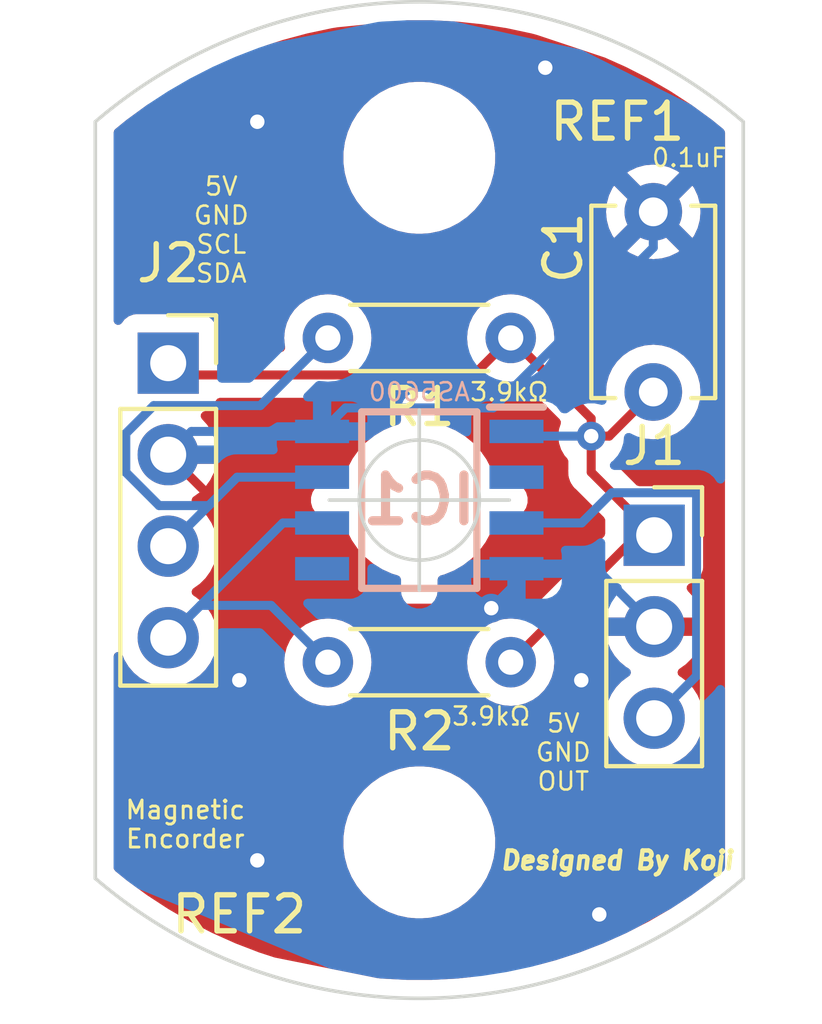
<source format=kicad_pcb>
(kicad_pcb (version 20211014) (generator pcbnew)
  (title_block (title "MagneticEncorder") (date "2022-02-25"))
  (layers (0 "F.Cu" signal) (31 "B.Cu" signal) (34 "B.Paste" user) (35 "F.Paste" user) (36 "B.SilkS" user "B.Silkscreen") (37 "F.SilkS" user "F.Silkscreen") (38 "B.Mask" user) (39 "F.Mask" user) (44 "Edge.Cuts" user))
  (net 0 "")
  (net 1 "+5V")
  (net 3 "OUT")
  (net 4 "GND")
  (net 6 "SDA")
  (net 7 "SCL")
  (footprint "Resistor_THT:R_Axial_DIN0204_L3.6mm_D1.6mm_P5.08mm_Horizontal" (layer "F.Cu") (at 152.54 95.5 180)
    (fp_text reference "R1" (at 2.54 -1.92) (layer "F.SilkS"))
    (fp_text value "3.9k")
    (fp_line (start 0.62 0.92) (end 4.46 0.92) (layer "F.SilkS") (width 0.12))
    (fp_line (start 0.62 -0.92) (end 4.46 -0.92) (layer "F.SilkS") (width 0.12))
    (pad "1" thru_hole circle (at 0 0 180) (size 1.4 1.4) (drill 0.7) (layers *.Cu *.Mask) (net 1 "+5V"))
    (pad "2" thru_hole oval (at 5.08 0 180) (size 1.4 1.4) (drill 0.7) (layers *.Cu *.Mask) (net 7 "SCL"))
  )
  (footprint "Connector_PinSocket_2.54mm:PinSocket_1x04_P2.54mm_Vertical" (layer "F.Cu") (at 143.025 96.2)
    (fp_text reference "J2" (at 0 -2.77) (layer "F.SilkS"))
    (fp_text value "Conn_01x04")
    (fp_line (start -1.33 1.27) (end -1.33 8.95) (layer "F.SilkS") (width 0.12))
    (fp_line (start 1.33 -1.33) (end 1.33 0) (layer "F.SilkS") (width 0.12))
    (fp_line (start 1.33 1.27) (end 1.33 8.95) (layer "F.SilkS") (width 0.12))
    (fp_line (start -1.33 8.95) (end 1.33 8.95) (layer "F.SilkS") (width 0.12))
    (fp_line (start 0 -1.33) (end 1.33 -1.33) (layer "F.SilkS") (width 0.12))
    (fp_line (start -1.33 1.27) (end 1.33 1.27) (layer "F.SilkS") (width 0.12))
    (pad "1" thru_hole rect (at 0 0) (size 1.7 1.7) (drill 1) (layers *.Cu *.Mask) (net 1 "+5V"))
    (pad "2" thru_hole oval (at 0 2.54) (size 1.7 1.7) (drill 1) (layers *.Cu *.Mask) (net 4 "GND"))
    (pad "3" thru_hole oval (at 0 5.08) (size 1.7 1.7) (drill 1) (layers *.Cu *.Mask) (net 7 "SCL"))
    (pad "4" thru_hole oval (at 0 7.62) (size 1.7 1.7) (drill 1) (layers *.Cu *.Mask) (net 6 "SDA"))
  )
  (footprint "Capacitor_THT:C_Disc_D5.1mm_W3.2mm_P5.00mm" (layer "F.Cu") (at 156.5 97 90)
    (fp_text reference "C1" (at 4 -2.5 90) (layer "F.SilkS"))
    (fp_text value "0.1u")
    (fp_line (start -0.17 -1.721) (end -0.17 -1.055) (layer "F.SilkS") (width 0.12))
    (fp_line (start 5.17 -1.721) (end 5.17 -1.055) (layer "F.SilkS") (width 0.12))
    (fp_line (start -0.17 1.721) (end 5.17 1.721) (layer "F.SilkS") (width 0.12))
    (fp_line (start -0.17 1.055) (end -0.17 1.721) (layer "F.SilkS") (width 0.12))
    (fp_line (start -0.17 -1.721) (end 5.17 -1.721) (layer "F.SilkS") (width 0.12))
    (fp_line (start 5.17 1.055) (end 5.17 1.721) (layer "F.SilkS") (width 0.12))
    (pad "1" thru_hole circle (at 0 0 90) (size 1.6 1.6) (drill 0.8) (layers *.Cu *.Mask) (net 1 "+5V"))
    (pad "2" thru_hole circle (at 5 0 90) (size 1.6 1.6) (drill 0.8) (layers *.Cu *.Mask) (net 4 "GND"))
  )
  (footprint "Connector_PinSocket_2.54mm:PinSocket_1x03_P2.54mm_Vertical" (layer "F.Cu") (at 156.525 100.975)
    (fp_text reference "J1" (at 0 -2.475) (layer "F.SilkS"))
    (fp_text value "Conn_01x03")
    (fp_line (start 1.33 1.27) (end 1.33 6.41) (layer "F.SilkS") (width 0.12))
    (fp_line (start -1.33 1.27) (end 1.33 1.27) (layer "F.SilkS") (width 0.12))
    (fp_line (start 0 -1.33) (end 1.33 -1.33) (layer "F.SilkS") (width 0.12))
    (fp_line (start -1.33 6.41) (end 1.33 6.41) (layer "F.SilkS") (width 0.12))
    (fp_line (start -1.33 1.27) (end -1.33 6.41) (layer "F.SilkS") (width 0.12))
    (fp_line (start 1.33 -1.33) (end 1.33 0) (layer "F.SilkS") (width 0.12))
    (pad "1" thru_hole rect (at 0 0) (size 1.7 1.7) (drill 1) (layers *.Cu *.Mask) (net 1 "+5V"))
    (pad "2" thru_hole oval (at 0 2.54) (size 1.7 1.7) (drill 1) (layers *.Cu *.Mask) (net 4 "GND"))
    (pad "3" thru_hole oval (at 0 5.08) (size 1.7 1.7) (drill 1) (layers *.Cu *.Mask) (net 3 "OUT"))
  )
  (footprint "MountingHole:MountingHole_3.2mm_M3" (layer "F.Cu") (at 150 90.5)
    (fp_text reference "REF1" (at 5.5 -1) (layer "F.SilkS"))
    (fp_text value "MountingHole_3.2mm_M3")
    (pad "" np_thru_hole circle (at 0 0) (size 3.2 3.2) (drill 3.2) (layers *.Cu *.Mask))
  )
  (footprint "Resistor_THT:R_Axial_DIN0204_L3.6mm_D1.6mm_P5.08mm_Horizontal" (layer "F.Cu") (at 152.54 104.5 180)
    (fp_text reference "R2" (at 2.54 -1.92) (layer "F.SilkS"))
    (fp_text value "3.9k")
    (fp_line (start 0.62 0.92) (end 4.46 0.92) (layer "F.SilkS") (width 0.12))
    (fp_line (start 0.62 -0.92) (end 4.46 -0.92) (layer "F.SilkS") (width 0.12))
    (pad "1" thru_hole circle (at 0 0 180) (size 1.4 1.4) (drill 0.7) (layers *.Cu *.Mask) (net 1 "+5V"))
    (pad "2" thru_hole oval (at 5.08 0 180) (size 1.4 1.4) (drill 0.7) (layers *.Cu *.Mask) (net 6 "SDA"))
  )
  (footprint "MountingHole:MountingHole_3.2mm_M3" (layer "F.Cu") (at 150 109.5)
    (fp_text reference "REF2" (at -5 2) (layer "F.SilkS"))
    (fp_text value "MountingHole_3.2mm_M3")
    (pad "" np_thru_hole circle (at 0 0) (size 3.2 3.2) (drill 3.2) (layers *.Cu *.Mask))
  )
  (footprint "自前:SOIC127P600X175-8N" (layer "B.Cu") (at 150 100 180)
    (fp_text reference "IC1" (at 0 0) (layer "B.SilkS") (effects (font (size 1.27 1.27) (thickness 0.254)) (justify mirror)))
    (fp_text value "AS5600-ASOT" hide)
    (fp_line (start -3.45 2.58) (end -1.95 2.58) (layer "B.SilkS") (width 0.2))
    (fp_line (start 1.6 -2.45) (end -1.6 -2.45) (layer "B.SilkS") (width 0.2))
    (fp_line (start 1.6 2.45) (end 1.6 -2.45) (layer "B.SilkS") (width 0.2))
    (fp_line (start -1.6 2.45) (end 1.6 2.45) (layer "B.SilkS") (width 0.2))
    (fp_line (start -1.6 -2.45) (end -1.6 2.45) (layer "B.SilkS") (width 0.2))
    (pad "1" smd rect locked (at -2.7 1.905 90) (size 0.65 1.5) (layers "B.Cu" "B.Paste" "B.Mask") (net 1 "+5V"))
    (pad "2" smd rect locked (at -2.7 0.635 90) (size 0.65 1.5) (layers "B.Cu" "B.Paste" "B.Mask"))
    (pad "3" smd rect locked (at -2.7 -0.635 90) (size 0.65 1.5) (layers "B.Cu" "B.Paste" "B.Mask") (net 3 "OUT"))
    (pad "4" smd rect locked (at -2.7 -1.905 90) (size 0.65 1.5) (layers "B.Cu" "B.Paste" "B.Mask") (net 4 "GND"))
    (pad "5" smd rect locked (at 2.7 -1.905 90) (size 0.65 1.5) (layers "B.Cu" "B.Paste" "B.Mask"))
    (pad "6" smd rect locked (at 2.7 -0.635 90) (size 0.65 1.5) (layers "B.Cu" "B.Paste" "B.Mask") (net 6 "SDA"))
    (pad "7" smd rect locked (at 2.7 0.635 90) (size 0.65 1.5) (layers "B.Cu" "B.Paste" "B.Mask") (net 7 "SCL"))
    (pad "8" smd rect locked (at 2.7 1.905 90) (size 0.65 1.5) (layers "B.Cu" "B.Paste" "B.Mask") (net 4 "GND"))
  )
  (gr_arc (start 141 89.500001) (mid 150 86.170684) (end 159 89.500001) (layer "Edge.Cuts") (width 0.1))
  (gr_arc (start 159 110.499999) (mid 150 113.829316) (end 141 110.499999) (layer "Edge.Cuts") (width 0.1))
  (gr_line (start 141 110.499999) (end 141 89.500001) (layer "Edge.Cuts") (width 0.1))
  (gr_line (start 159 89.500001) (end 159 110.499999) (layer "Edge.Cuts") (width 0.1))
  (gr_text "AS5600" (at 150 97) (layer "B.SilkS") (effects (font (size 0.5 0.5) (thickness 0.07)) (justify mirror)))
  (gr_text "Magnetic\nEncorder" (at 143.5 109) (layer "F.SilkS") (effects (font (size 0.5 0.5) (thickness 0.08))))
  (gr_text "3.9kΩ" (at 152 106) (layer "F.SilkS") (effects (font (size 0.5 0.5) (thickness 0.07))))
  (gr_text "0.1uF" (at 157.5 90.5) (layer "F.SilkS") (effects (font (size 0.5 0.5) (thickness 0.07))))
  (gr_text "3.9kΩ" (at 152.5 97) (layer "F.SilkS") (effects (font (size 0.5 0.5) (thickness 0.07))))
  (gr_text "Designed By Koji" (at 155.5 110) (layer "F.SilkS") (effects (font (size 0.5 0.5) (thickness 0.125) italic)))
  (gr_text "5V\nGND\nOUT" (at 154 107) (layer "F.SilkS") (effects (font (size 0.5 0.5) (thickness 0.07))))
  (gr_text "5V\nGND\nSCL\nSDA" (at 144.5 92.5) (layer "F.SilkS") (effects (font (size 0.5 0.5) (thickness 0.07))))
  (target plus (at 150 100) (size 5) (width 0.1) (layer "Edge.Cuts"))
  (segment (start 151.512289 96.527711) (end 152.54 95.5) (width 0.25) (layer "F.Cu") (net 1))
  (segment (start 156.525 100.975) (end 154.775025 99.225025) (width 0.25) (layer "F.Cu") (net 1))
  (segment (start 156.525 100.975) (end 156.065 100.975) (width 0.25) (layer "F.Cu") (net 1))
  (segment (start 143.352711 96.527711) (end 151.512289 96.527711) (width 0.25) (layer "F.Cu") (net 1))
  (segment (start 154.775025 99.225025) (end 154.775025 98.224975) (width 0.25) (layer "F.Cu") (net 1))
  (segment (start 154.775025 98.224975) (end 154.775025 97.735025) (width 0.25) (layer "F.Cu") (net 1))
  (segment (start 154.775025 98.224975) (end 155.275025 98.224975) (width 0.25) (layer "F.Cu") (net 1))
  (segment (start 156.065 100.975) (end 152.54 104.5) (width 0.25) (layer "F.Cu") (net 1))
  (segment (start 155.275025 98.224975) (end 156.5 97) (width 0.25) (layer "F.Cu") (net 1))
  (segment (start 152.54 95.5) (end 154.775025 97.735025) (width 0.25) (layer "F.Cu") (net 1))
  (segment (start 143.025 96.2) (end 143.352711 96.527711) (width 0.25) (layer "F.Cu") (net 1))
  (via (at 154.775025 98.224975) (size 0.8) (drill 0.4) (layers "F.Cu" "B.Cu") (net 1))
  (segment (start 152.829975 98.224975) (end 152.7 98.095) (width 0.25) (layer "B.Cu") (net 1))
  (segment (start 154.775025 98.224975) (end 152.829975 98.224975) (width 0.25) (layer "B.Cu") (net 1))
  (segment (start 157.702711 99.797289) (end 157.702711 104.877289) (width 0.25) (layer "B.Cu") (net 3))
  (segment (start 154.509578 100.635) (end 155.347289 99.797289) (width 0.25) (layer "B.Cu") (net 3))
  (segment (start 157.702711 104.877289) (end 156.525 106.055) (width 0.25) (layer "B.Cu") (net 3))
  (segment (start 155.347289 99.797289) (end 157.702711 99.797289) (width 0.25) (layer "B.Cu") (net 3))
  (segment (start 152.7 100.635) (end 154.509578 100.635) (width 0.25) (layer "B.Cu") (net 3))
  (segment (start 143.025 98.74) (end 147.285 103) (width 0.25) (layer "F.Cu") (net 4))
  (segment (start 147.285 103) (end 152 103) (width 0.25) (layer "F.Cu") (net 4))
  (via (at 154.5 105) (size 0.8) (drill 0.4) (layers "F.Cu" "B.Cu") (net 4))
  (via (at 145.5 110) (size 0.8) (drill 0.4) (layers "F.Cu" "B.Cu") (net 4))
  (via (at 145 105) (size 0.8) (drill 0.4) (layers "F.Cu" "B.Cu") (net 4))
  (via (at 155 111.5) (size 0.8) (drill 0.4) (layers "F.Cu" "B.Cu") (net 4))
  (via (at 145.5 89.5) (size 0.8) (drill 0.4) (layers "F.Cu" "B.Cu") (net 4))
  (via (at 152 103) (size 0.8) (drill 0.4) (layers "F.Cu" "B.Cu") (net 4))
  (via (at 153.5 88) (size 0.8) (drill 0.4) (layers "F.Cu" "B.Cu") (net 4))
  (segment (start 154.915 101.905) (end 156.525 103.515) (width 0.25) (layer "B.Cu") (net 4))
  (segment (start 152.7 101.905) (end 154.915 101.905) (width 0.25) (layer "B.Cu") (net 4))
  (segment (start 152.051115 97.442289) (end 147.952711 97.442289) (width 0.25) (layer "B.Cu") (net 4))
  (segment (start 143.67 98.095) (end 143.025 98.74) (width 0.25) (layer "B.Cu") (net 4))
  (segment (start 156.5 92.993404) (end 152.051115 97.442289) (width 0.25) (layer "B.Cu") (net 4))
  (segment (start 152.7 102.3) (end 152 103) (width 0.25) (layer "B.Cu") (net 4))
  (segment (start 156.5 92) (end 156.5 92.993404) (width 0.25) (layer "B.Cu") (net 4))
  (segment (start 147.952711 97.442289) (end 147.3 98.095) (width 0.25) (layer "B.Cu") (net 4))
  (segment (start 152.7 101.905) (end 152.7 102.3) (width 0.25) (layer "B.Cu") (net 4))
  (segment (start 147.3 98.095) (end 143.67 98.095) (width 0.25) (layer "B.Cu") (net 4))
  (segment (start 144.9225 101.9225) (end 143.9225 102.9225) (width 0.25) (layer "B.Cu") (net 6))
  (segment (start 145.8825 102.9225) (end 143.9225 102.9225) (width 0.25) (layer "B.Cu") (net 6))
  (segment (start 147.46 104.5) (end 145.8825 102.9225) (width 0.25) (layer "B.Cu") (net 6))
  (segment (start 146.21 100.635) (end 144.9225 101.9225) (width 0.25) (layer "B.Cu") (net 6))
  (segment (start 143.9225 102.9225) (end 143.025 103.82) (width 0.25) (layer "B.Cu") (net 6))
  (segment (start 147.3 100.635) (end 146.21 100.635) (width 0.25) (layer "B.Cu") (net 6))
  (segment (start 144.1525 100.1525) (end 144.94 99.365) (width 0.25) (layer "B.Cu") (net 7))
  (segment (start 142.771964 100.1525) (end 141.847289 99.227825) (width 0.25) (layer "B.Cu") (net 7))
  (segment (start 142.622289 97.377711) (end 145.582289 97.377711) (width 0.25) (layer "B.Cu") (net 7))
  (segment (start 143.025 101.28) (end 144.1525 100.1525) (width 0.25) (layer "B.Cu") (net 7))
  (segment (start 141.847289 98.152711) (end 142.622289 97.377711) (width 0.25) (layer "B.Cu") (net 7))
  (segment (start 145.582289 97.377711) (end 147.46 95.5) (width 0.25) (layer "B.Cu") (net 7))
  (segment (start 144.1525 100.1525) (end 142.771964 100.1525) (width 0.25) (layer "B.Cu") (net 7))
  (segment (start 141.847289 99.227825) (end 141.847289 98.152711) (width 0.25) (layer "B.Cu") (net 7))
  (segment (start 144.94 99.365) (end 147.3 99.365) (width 0.25) (layer "B.Cu") (net 7))
  (zone (net 4) (net_name "GND") (layer "F.Cu") (connect_pads (clearance 0.508)) (min_thickness 0.254) (fill yes (thermal_gap 0.508) (thermal_bridge_width 0.508))
    (polygon (pts (xy 156 88) (xy 158.5 89.5) (xy 158.5 110.5) (xy 155.5 112.5) (xy 150 113.5) (xy 145 112.5) (xy 141.5 110.5) (xy 141.5 89.5) (xy 146.5 87) (xy 151.5 86.5)))
  )
  (zone (net 4) (net_name "GND") (layer "B.Cu") (connect_pads (clearance 0.508)) (min_thickness 0.254) (fill yes (thermal_gap 0.508) (thermal_bridge_width 0.508))
    (polygon (pts (xy 154.5 87.5) (xy 158.5 89.5) (xy 158.5 110.5) (xy 154 113) (xy 150 113.5) (xy 147.5 113) (xy 141.5 110.5) (xy 141.5 89.5) (xy 145 87.5) (xy 150 86.5)))
  )
)
</source>
